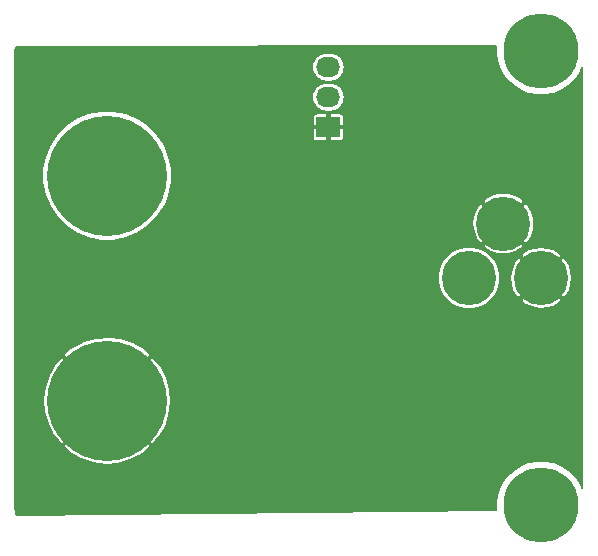
<source format=gbl>
G04 #@! TF.GenerationSoftware,KiCad,Pcbnew,(5.1.5)-3*
G04 #@! TF.CreationDate,2021-01-09T15:57:39-05:00*
G04 #@! TF.ProjectId,CLK-GEN,434c4b2d-4745-44e2-9e6b-696361645f70,X1*
G04 #@! TF.SameCoordinates,Original*
G04 #@! TF.FileFunction,Copper,L2,Bot*
G04 #@! TF.FilePolarity,Positive*
%FSLAX46Y46*%
G04 Gerber Fmt 4.6, Leading zero omitted, Abs format (unit mm)*
G04 Created by KiCad (PCBNEW (5.1.5)-3) date 2021-01-09 15:57:39*
%MOMM*%
%LPD*%
G04 APERTURE LIST*
%ADD10C,4.600000*%
%ADD11C,10.160000*%
%ADD12R,2.032000X1.727200*%
%ADD13O,2.032000X1.727200*%
%ADD14C,6.350000*%
%ADD15C,0.889000*%
%ADD16C,0.203200*%
G04 APERTURE END LIST*
D10*
X45000000Y-23250000D03*
X38900000Y-23250000D03*
X41800000Y-18650000D03*
D11*
X8255000Y-14605000D03*
X8255000Y-33655000D03*
D12*
X27000000Y-10500000D03*
D13*
X27000000Y-7960000D03*
X27000000Y-5420000D03*
D14*
X45000000Y-4000000D03*
X45000000Y-42500000D03*
D15*
X31500000Y-17000000D03*
X30000000Y-35750000D03*
X24500000Y-38750000D03*
X21750000Y-27750000D03*
X23250000Y-8500000D03*
X12192000Y-25654000D03*
X6350000Y-24892000D03*
D16*
G36*
X41215400Y-3627249D02*
G01*
X41215400Y-4372751D01*
X41360840Y-5103927D01*
X41646131Y-5792680D01*
X42060309Y-6412542D01*
X42587458Y-6939691D01*
X43207320Y-7353869D01*
X43896073Y-7639160D01*
X44627249Y-7784600D01*
X45372751Y-7784600D01*
X46103927Y-7639160D01*
X46792680Y-7353869D01*
X47412542Y-6939691D01*
X47939691Y-6412542D01*
X48353869Y-5792680D01*
X48504701Y-5428540D01*
X48504700Y-41071458D01*
X48353869Y-40707320D01*
X47939691Y-40087458D01*
X47412542Y-39560309D01*
X46792680Y-39146131D01*
X46103927Y-38860840D01*
X45372751Y-38715400D01*
X44627249Y-38715400D01*
X43896073Y-38860840D01*
X43207320Y-39146131D01*
X42587458Y-39560309D01*
X42060309Y-40087458D01*
X41646131Y-40707320D01*
X41360840Y-41396073D01*
X41215400Y-42127249D01*
X41215400Y-42872751D01*
X41217266Y-42882132D01*
X597098Y-43294336D01*
X569210Y-43204244D01*
X495307Y-42501106D01*
X495300Y-42499144D01*
X495300Y-37489509D01*
X4546215Y-37489509D01*
X5146931Y-38084137D01*
X6070733Y-38605387D01*
X7078475Y-38936395D01*
X8131432Y-39064443D01*
X9189136Y-38984609D01*
X10210942Y-38699962D01*
X11157583Y-38221439D01*
X11363069Y-38084137D01*
X11963785Y-37489509D01*
X8255000Y-33780724D01*
X4546215Y-37489509D01*
X495300Y-37489509D01*
X495300Y-33531432D01*
X2845557Y-33531432D01*
X2925391Y-34589136D01*
X3210038Y-35610942D01*
X3688561Y-36557583D01*
X3825863Y-36763069D01*
X4420491Y-37363785D01*
X8129276Y-33655000D01*
X8380724Y-33655000D01*
X12089509Y-37363785D01*
X12684137Y-36763069D01*
X13205387Y-35839267D01*
X13536395Y-34831525D01*
X13664443Y-33778568D01*
X13584609Y-32720864D01*
X13299962Y-31699058D01*
X12821439Y-30752417D01*
X12684137Y-30546931D01*
X12089509Y-29946215D01*
X8380724Y-33655000D01*
X8129276Y-33655000D01*
X4420491Y-29946215D01*
X3825863Y-30546931D01*
X3304613Y-31470733D01*
X2973605Y-32478475D01*
X2845557Y-33531432D01*
X495300Y-33531432D01*
X495300Y-29820491D01*
X4546215Y-29820491D01*
X8255000Y-33529276D01*
X11963785Y-29820491D01*
X11363069Y-29225863D01*
X10439267Y-28704613D01*
X9431525Y-28373605D01*
X8378568Y-28245557D01*
X7320864Y-28325391D01*
X6299058Y-28610038D01*
X5352417Y-29088561D01*
X5146931Y-29225863D01*
X4546215Y-29820491D01*
X495300Y-29820491D01*
X495300Y-22988446D01*
X36244400Y-22988446D01*
X36244400Y-23511554D01*
X36346454Y-24024610D01*
X36546638Y-24507898D01*
X36837261Y-24942846D01*
X37207154Y-25312739D01*
X37642102Y-25603362D01*
X38125390Y-25803546D01*
X38638446Y-25905600D01*
X39161554Y-25905600D01*
X39674610Y-25803546D01*
X40157898Y-25603362D01*
X40592846Y-25312739D01*
X40796920Y-25108665D01*
X43267059Y-25108665D01*
X43534337Y-25418556D01*
X43985564Y-25662824D01*
X44475775Y-25814369D01*
X44986132Y-25867366D01*
X45497021Y-25819780D01*
X45988810Y-25673438D01*
X46442600Y-25433965D01*
X46465663Y-25418556D01*
X46732941Y-25108665D01*
X45000000Y-23375724D01*
X43267059Y-25108665D01*
X40796920Y-25108665D01*
X40962739Y-24942846D01*
X41253362Y-24507898D01*
X41453546Y-24024610D01*
X41555600Y-23511554D01*
X41555600Y-23236132D01*
X42382634Y-23236132D01*
X42430220Y-23747021D01*
X42576562Y-24238810D01*
X42816035Y-24692600D01*
X42831444Y-24715663D01*
X43141335Y-24982941D01*
X44874276Y-23250000D01*
X45125724Y-23250000D01*
X46858665Y-24982941D01*
X47168556Y-24715663D01*
X47412824Y-24264436D01*
X47564369Y-23774225D01*
X47617366Y-23263868D01*
X47569780Y-22752979D01*
X47423438Y-22261190D01*
X47183965Y-21807400D01*
X47168556Y-21784337D01*
X46858665Y-21517059D01*
X45125724Y-23250000D01*
X44874276Y-23250000D01*
X43141335Y-21517059D01*
X42831444Y-21784337D01*
X42587176Y-22235564D01*
X42435631Y-22725775D01*
X42382634Y-23236132D01*
X41555600Y-23236132D01*
X41555600Y-22988446D01*
X41453546Y-22475390D01*
X41253362Y-21992102D01*
X40962739Y-21557154D01*
X40796920Y-21391335D01*
X43267059Y-21391335D01*
X45000000Y-23124276D01*
X46732941Y-21391335D01*
X46465663Y-21081444D01*
X46014436Y-20837176D01*
X45524225Y-20685631D01*
X45013868Y-20632634D01*
X44502979Y-20680220D01*
X44011190Y-20826562D01*
X43557400Y-21066035D01*
X43534337Y-21081444D01*
X43267059Y-21391335D01*
X40796920Y-21391335D01*
X40592846Y-21187261D01*
X40157898Y-20896638D01*
X39674610Y-20696454D01*
X39161554Y-20594400D01*
X38638446Y-20594400D01*
X38125390Y-20696454D01*
X37642102Y-20896638D01*
X37207154Y-21187261D01*
X36837261Y-21557154D01*
X36546638Y-21992102D01*
X36346454Y-22475390D01*
X36244400Y-22988446D01*
X495300Y-22988446D01*
X495300Y-20508665D01*
X40067059Y-20508665D01*
X40334337Y-20818556D01*
X40785564Y-21062824D01*
X41275775Y-21214369D01*
X41786132Y-21267366D01*
X42297021Y-21219780D01*
X42788810Y-21073438D01*
X43242600Y-20833965D01*
X43265663Y-20818556D01*
X43532941Y-20508665D01*
X41800000Y-18775724D01*
X40067059Y-20508665D01*
X495300Y-20508665D01*
X495300Y-14064637D01*
X2768600Y-14064637D01*
X2768600Y-15145363D01*
X2979440Y-16205324D01*
X3393016Y-17203785D01*
X3993435Y-18102376D01*
X4757624Y-18866565D01*
X5656215Y-19466984D01*
X6654676Y-19880560D01*
X7714637Y-20091400D01*
X8795363Y-20091400D01*
X9855324Y-19880560D01*
X10853785Y-19466984D01*
X11752376Y-18866565D01*
X11982809Y-18636132D01*
X39182634Y-18636132D01*
X39230220Y-19147021D01*
X39376562Y-19638810D01*
X39616035Y-20092600D01*
X39631444Y-20115663D01*
X39941335Y-20382941D01*
X41674276Y-18650000D01*
X41925724Y-18650000D01*
X43658665Y-20382941D01*
X43968556Y-20115663D01*
X44212824Y-19664436D01*
X44364369Y-19174225D01*
X44417366Y-18663868D01*
X44369780Y-18152979D01*
X44223438Y-17661190D01*
X43983965Y-17207400D01*
X43968556Y-17184337D01*
X43658665Y-16917059D01*
X41925724Y-18650000D01*
X41674276Y-18650000D01*
X39941335Y-16917059D01*
X39631444Y-17184337D01*
X39387176Y-17635564D01*
X39235631Y-18125775D01*
X39182634Y-18636132D01*
X11982809Y-18636132D01*
X12516565Y-18102376D01*
X13116984Y-17203785D01*
X13287826Y-16791335D01*
X40067059Y-16791335D01*
X41800000Y-18524276D01*
X43532941Y-16791335D01*
X43265663Y-16481444D01*
X42814436Y-16237176D01*
X42324225Y-16085631D01*
X41813868Y-16032634D01*
X41302979Y-16080220D01*
X40811190Y-16226562D01*
X40357400Y-16466035D01*
X40334337Y-16481444D01*
X40067059Y-16791335D01*
X13287826Y-16791335D01*
X13530560Y-16205324D01*
X13741400Y-15145363D01*
X13741400Y-14064637D01*
X13530560Y-13004676D01*
X13116984Y-12006215D01*
X12687603Y-11363600D01*
X25677725Y-11363600D01*
X25683610Y-11423351D01*
X25701039Y-11480806D01*
X25729342Y-11533757D01*
X25767431Y-11580169D01*
X25813843Y-11618258D01*
X25866794Y-11646561D01*
X25924249Y-11663990D01*
X25984000Y-11669875D01*
X26834900Y-11668400D01*
X26911100Y-11592200D01*
X26911100Y-10588900D01*
X27088900Y-10588900D01*
X27088900Y-11592200D01*
X27165100Y-11668400D01*
X28016000Y-11669875D01*
X28075751Y-11663990D01*
X28133206Y-11646561D01*
X28186157Y-11618258D01*
X28232569Y-11580169D01*
X28270658Y-11533757D01*
X28298961Y-11480806D01*
X28316390Y-11423351D01*
X28322275Y-11363600D01*
X28320800Y-10665100D01*
X28244600Y-10588900D01*
X27088900Y-10588900D01*
X26911100Y-10588900D01*
X25755400Y-10588900D01*
X25679200Y-10665100D01*
X25677725Y-11363600D01*
X12687603Y-11363600D01*
X12516565Y-11107624D01*
X11752376Y-10343435D01*
X10853785Y-9743016D01*
X10596392Y-9636400D01*
X25677725Y-9636400D01*
X25679200Y-10334900D01*
X25755400Y-10411100D01*
X26911100Y-10411100D01*
X26911100Y-9407800D01*
X27088900Y-9407800D01*
X27088900Y-10411100D01*
X28244600Y-10411100D01*
X28320800Y-10334900D01*
X28322275Y-9636400D01*
X28316390Y-9576649D01*
X28298961Y-9519194D01*
X28270658Y-9466243D01*
X28232569Y-9419831D01*
X28186157Y-9381742D01*
X28133206Y-9353439D01*
X28075751Y-9336010D01*
X28016000Y-9330125D01*
X27165100Y-9331600D01*
X27088900Y-9407800D01*
X26911100Y-9407800D01*
X26834900Y-9331600D01*
X25984000Y-9330125D01*
X25924249Y-9336010D01*
X25866794Y-9353439D01*
X25813843Y-9381742D01*
X25767431Y-9419831D01*
X25729342Y-9466243D01*
X25701039Y-9519194D01*
X25683610Y-9576649D01*
X25677725Y-9636400D01*
X10596392Y-9636400D01*
X9855324Y-9329440D01*
X8795363Y-9118600D01*
X7714637Y-9118600D01*
X6654676Y-9329440D01*
X5656215Y-9743016D01*
X4757624Y-10343435D01*
X3993435Y-11107624D01*
X3393016Y-12006215D01*
X2979440Y-13004676D01*
X2768600Y-14064637D01*
X495300Y-14064637D01*
X495300Y-7960000D01*
X25622501Y-7960000D01*
X25646041Y-8199005D01*
X25715756Y-8428825D01*
X25828967Y-8640629D01*
X25981324Y-8826276D01*
X26166971Y-8978633D01*
X26378775Y-9091844D01*
X26608595Y-9161559D01*
X26787707Y-9179200D01*
X27212293Y-9179200D01*
X27391405Y-9161559D01*
X27621225Y-9091844D01*
X27833029Y-8978633D01*
X28018676Y-8826276D01*
X28171033Y-8640629D01*
X28284244Y-8428825D01*
X28353959Y-8199005D01*
X28377499Y-7960000D01*
X28353959Y-7720995D01*
X28284244Y-7491175D01*
X28171033Y-7279371D01*
X28018676Y-7093724D01*
X27833029Y-6941367D01*
X27621225Y-6828156D01*
X27391405Y-6758441D01*
X27212293Y-6740800D01*
X26787707Y-6740800D01*
X26608595Y-6758441D01*
X26378775Y-6828156D01*
X26166971Y-6941367D01*
X25981324Y-7093724D01*
X25828967Y-7279371D01*
X25715756Y-7491175D01*
X25646041Y-7720995D01*
X25622501Y-7960000D01*
X495300Y-7960000D01*
X495300Y-5420000D01*
X25622501Y-5420000D01*
X25646041Y-5659005D01*
X25715756Y-5888825D01*
X25828967Y-6100629D01*
X25981324Y-6286276D01*
X26166971Y-6438633D01*
X26378775Y-6551844D01*
X26608595Y-6621559D01*
X26787707Y-6639200D01*
X27212293Y-6639200D01*
X27391405Y-6621559D01*
X27621225Y-6551844D01*
X27833029Y-6438633D01*
X28018676Y-6286276D01*
X28171033Y-6100629D01*
X28284244Y-5888825D01*
X28353959Y-5659005D01*
X28377499Y-5420000D01*
X28353959Y-5180995D01*
X28284244Y-4951175D01*
X28171033Y-4739371D01*
X28018676Y-4553724D01*
X27833029Y-4401367D01*
X27621225Y-4288156D01*
X27391405Y-4218441D01*
X27212293Y-4200800D01*
X26787707Y-4200800D01*
X26608595Y-4218441D01*
X26378775Y-4288156D01*
X26166971Y-4401367D01*
X25981324Y-4553724D01*
X25828967Y-4739371D01*
X25715756Y-4951175D01*
X25646041Y-5180995D01*
X25622501Y-5420000D01*
X495300Y-5420000D01*
X495300Y-4024223D01*
X526369Y-3707353D01*
X41217124Y-3618580D01*
X41215400Y-3627249D01*
G37*
X41215400Y-3627249D02*
X41215400Y-4372751D01*
X41360840Y-5103927D01*
X41646131Y-5792680D01*
X42060309Y-6412542D01*
X42587458Y-6939691D01*
X43207320Y-7353869D01*
X43896073Y-7639160D01*
X44627249Y-7784600D01*
X45372751Y-7784600D01*
X46103927Y-7639160D01*
X46792680Y-7353869D01*
X47412542Y-6939691D01*
X47939691Y-6412542D01*
X48353869Y-5792680D01*
X48504701Y-5428540D01*
X48504700Y-41071458D01*
X48353869Y-40707320D01*
X47939691Y-40087458D01*
X47412542Y-39560309D01*
X46792680Y-39146131D01*
X46103927Y-38860840D01*
X45372751Y-38715400D01*
X44627249Y-38715400D01*
X43896073Y-38860840D01*
X43207320Y-39146131D01*
X42587458Y-39560309D01*
X42060309Y-40087458D01*
X41646131Y-40707320D01*
X41360840Y-41396073D01*
X41215400Y-42127249D01*
X41215400Y-42872751D01*
X41217266Y-42882132D01*
X597098Y-43294336D01*
X569210Y-43204244D01*
X495307Y-42501106D01*
X495300Y-42499144D01*
X495300Y-37489509D01*
X4546215Y-37489509D01*
X5146931Y-38084137D01*
X6070733Y-38605387D01*
X7078475Y-38936395D01*
X8131432Y-39064443D01*
X9189136Y-38984609D01*
X10210942Y-38699962D01*
X11157583Y-38221439D01*
X11363069Y-38084137D01*
X11963785Y-37489509D01*
X8255000Y-33780724D01*
X4546215Y-37489509D01*
X495300Y-37489509D01*
X495300Y-33531432D01*
X2845557Y-33531432D01*
X2925391Y-34589136D01*
X3210038Y-35610942D01*
X3688561Y-36557583D01*
X3825863Y-36763069D01*
X4420491Y-37363785D01*
X8129276Y-33655000D01*
X8380724Y-33655000D01*
X12089509Y-37363785D01*
X12684137Y-36763069D01*
X13205387Y-35839267D01*
X13536395Y-34831525D01*
X13664443Y-33778568D01*
X13584609Y-32720864D01*
X13299962Y-31699058D01*
X12821439Y-30752417D01*
X12684137Y-30546931D01*
X12089509Y-29946215D01*
X8380724Y-33655000D01*
X8129276Y-33655000D01*
X4420491Y-29946215D01*
X3825863Y-30546931D01*
X3304613Y-31470733D01*
X2973605Y-32478475D01*
X2845557Y-33531432D01*
X495300Y-33531432D01*
X495300Y-29820491D01*
X4546215Y-29820491D01*
X8255000Y-33529276D01*
X11963785Y-29820491D01*
X11363069Y-29225863D01*
X10439267Y-28704613D01*
X9431525Y-28373605D01*
X8378568Y-28245557D01*
X7320864Y-28325391D01*
X6299058Y-28610038D01*
X5352417Y-29088561D01*
X5146931Y-29225863D01*
X4546215Y-29820491D01*
X495300Y-29820491D01*
X495300Y-22988446D01*
X36244400Y-22988446D01*
X36244400Y-23511554D01*
X36346454Y-24024610D01*
X36546638Y-24507898D01*
X36837261Y-24942846D01*
X37207154Y-25312739D01*
X37642102Y-25603362D01*
X38125390Y-25803546D01*
X38638446Y-25905600D01*
X39161554Y-25905600D01*
X39674610Y-25803546D01*
X40157898Y-25603362D01*
X40592846Y-25312739D01*
X40796920Y-25108665D01*
X43267059Y-25108665D01*
X43534337Y-25418556D01*
X43985564Y-25662824D01*
X44475775Y-25814369D01*
X44986132Y-25867366D01*
X45497021Y-25819780D01*
X45988810Y-25673438D01*
X46442600Y-25433965D01*
X46465663Y-25418556D01*
X46732941Y-25108665D01*
X45000000Y-23375724D01*
X43267059Y-25108665D01*
X40796920Y-25108665D01*
X40962739Y-24942846D01*
X41253362Y-24507898D01*
X41453546Y-24024610D01*
X41555600Y-23511554D01*
X41555600Y-23236132D01*
X42382634Y-23236132D01*
X42430220Y-23747021D01*
X42576562Y-24238810D01*
X42816035Y-24692600D01*
X42831444Y-24715663D01*
X43141335Y-24982941D01*
X44874276Y-23250000D01*
X45125724Y-23250000D01*
X46858665Y-24982941D01*
X47168556Y-24715663D01*
X47412824Y-24264436D01*
X47564369Y-23774225D01*
X47617366Y-23263868D01*
X47569780Y-22752979D01*
X47423438Y-22261190D01*
X47183965Y-21807400D01*
X47168556Y-21784337D01*
X46858665Y-21517059D01*
X45125724Y-23250000D01*
X44874276Y-23250000D01*
X43141335Y-21517059D01*
X42831444Y-21784337D01*
X42587176Y-22235564D01*
X42435631Y-22725775D01*
X42382634Y-23236132D01*
X41555600Y-23236132D01*
X41555600Y-22988446D01*
X41453546Y-22475390D01*
X41253362Y-21992102D01*
X40962739Y-21557154D01*
X40796920Y-21391335D01*
X43267059Y-21391335D01*
X45000000Y-23124276D01*
X46732941Y-21391335D01*
X46465663Y-21081444D01*
X46014436Y-20837176D01*
X45524225Y-20685631D01*
X45013868Y-20632634D01*
X44502979Y-20680220D01*
X44011190Y-20826562D01*
X43557400Y-21066035D01*
X43534337Y-21081444D01*
X43267059Y-21391335D01*
X40796920Y-21391335D01*
X40592846Y-21187261D01*
X40157898Y-20896638D01*
X39674610Y-20696454D01*
X39161554Y-20594400D01*
X38638446Y-20594400D01*
X38125390Y-20696454D01*
X37642102Y-20896638D01*
X37207154Y-21187261D01*
X36837261Y-21557154D01*
X36546638Y-21992102D01*
X36346454Y-22475390D01*
X36244400Y-22988446D01*
X495300Y-22988446D01*
X495300Y-20508665D01*
X40067059Y-20508665D01*
X40334337Y-20818556D01*
X40785564Y-21062824D01*
X41275775Y-21214369D01*
X41786132Y-21267366D01*
X42297021Y-21219780D01*
X42788810Y-21073438D01*
X43242600Y-20833965D01*
X43265663Y-20818556D01*
X43532941Y-20508665D01*
X41800000Y-18775724D01*
X40067059Y-20508665D01*
X495300Y-20508665D01*
X495300Y-14064637D01*
X2768600Y-14064637D01*
X2768600Y-15145363D01*
X2979440Y-16205324D01*
X3393016Y-17203785D01*
X3993435Y-18102376D01*
X4757624Y-18866565D01*
X5656215Y-19466984D01*
X6654676Y-19880560D01*
X7714637Y-20091400D01*
X8795363Y-20091400D01*
X9855324Y-19880560D01*
X10853785Y-19466984D01*
X11752376Y-18866565D01*
X11982809Y-18636132D01*
X39182634Y-18636132D01*
X39230220Y-19147021D01*
X39376562Y-19638810D01*
X39616035Y-20092600D01*
X39631444Y-20115663D01*
X39941335Y-20382941D01*
X41674276Y-18650000D01*
X41925724Y-18650000D01*
X43658665Y-20382941D01*
X43968556Y-20115663D01*
X44212824Y-19664436D01*
X44364369Y-19174225D01*
X44417366Y-18663868D01*
X44369780Y-18152979D01*
X44223438Y-17661190D01*
X43983965Y-17207400D01*
X43968556Y-17184337D01*
X43658665Y-16917059D01*
X41925724Y-18650000D01*
X41674276Y-18650000D01*
X39941335Y-16917059D01*
X39631444Y-17184337D01*
X39387176Y-17635564D01*
X39235631Y-18125775D01*
X39182634Y-18636132D01*
X11982809Y-18636132D01*
X12516565Y-18102376D01*
X13116984Y-17203785D01*
X13287826Y-16791335D01*
X40067059Y-16791335D01*
X41800000Y-18524276D01*
X43532941Y-16791335D01*
X43265663Y-16481444D01*
X42814436Y-16237176D01*
X42324225Y-16085631D01*
X41813868Y-16032634D01*
X41302979Y-16080220D01*
X40811190Y-16226562D01*
X40357400Y-16466035D01*
X40334337Y-16481444D01*
X40067059Y-16791335D01*
X13287826Y-16791335D01*
X13530560Y-16205324D01*
X13741400Y-15145363D01*
X13741400Y-14064637D01*
X13530560Y-13004676D01*
X13116984Y-12006215D01*
X12687603Y-11363600D01*
X25677725Y-11363600D01*
X25683610Y-11423351D01*
X25701039Y-11480806D01*
X25729342Y-11533757D01*
X25767431Y-11580169D01*
X25813843Y-11618258D01*
X25866794Y-11646561D01*
X25924249Y-11663990D01*
X25984000Y-11669875D01*
X26834900Y-11668400D01*
X26911100Y-11592200D01*
X26911100Y-10588900D01*
X27088900Y-10588900D01*
X27088900Y-11592200D01*
X27165100Y-11668400D01*
X28016000Y-11669875D01*
X28075751Y-11663990D01*
X28133206Y-11646561D01*
X28186157Y-11618258D01*
X28232569Y-11580169D01*
X28270658Y-11533757D01*
X28298961Y-11480806D01*
X28316390Y-11423351D01*
X28322275Y-11363600D01*
X28320800Y-10665100D01*
X28244600Y-10588900D01*
X27088900Y-10588900D01*
X26911100Y-10588900D01*
X25755400Y-10588900D01*
X25679200Y-10665100D01*
X25677725Y-11363600D01*
X12687603Y-11363600D01*
X12516565Y-11107624D01*
X11752376Y-10343435D01*
X10853785Y-9743016D01*
X10596392Y-9636400D01*
X25677725Y-9636400D01*
X25679200Y-10334900D01*
X25755400Y-10411100D01*
X26911100Y-10411100D01*
X26911100Y-9407800D01*
X27088900Y-9407800D01*
X27088900Y-10411100D01*
X28244600Y-10411100D01*
X28320800Y-10334900D01*
X28322275Y-9636400D01*
X28316390Y-9576649D01*
X28298961Y-9519194D01*
X28270658Y-9466243D01*
X28232569Y-9419831D01*
X28186157Y-9381742D01*
X28133206Y-9353439D01*
X28075751Y-9336010D01*
X28016000Y-9330125D01*
X27165100Y-9331600D01*
X27088900Y-9407800D01*
X26911100Y-9407800D01*
X26834900Y-9331600D01*
X25984000Y-9330125D01*
X25924249Y-9336010D01*
X25866794Y-9353439D01*
X25813843Y-9381742D01*
X25767431Y-9419831D01*
X25729342Y-9466243D01*
X25701039Y-9519194D01*
X25683610Y-9576649D01*
X25677725Y-9636400D01*
X10596392Y-9636400D01*
X9855324Y-9329440D01*
X8795363Y-9118600D01*
X7714637Y-9118600D01*
X6654676Y-9329440D01*
X5656215Y-9743016D01*
X4757624Y-10343435D01*
X3993435Y-11107624D01*
X3393016Y-12006215D01*
X2979440Y-13004676D01*
X2768600Y-14064637D01*
X495300Y-14064637D01*
X495300Y-7960000D01*
X25622501Y-7960000D01*
X25646041Y-8199005D01*
X25715756Y-8428825D01*
X25828967Y-8640629D01*
X25981324Y-8826276D01*
X26166971Y-8978633D01*
X26378775Y-9091844D01*
X26608595Y-9161559D01*
X26787707Y-9179200D01*
X27212293Y-9179200D01*
X27391405Y-9161559D01*
X27621225Y-9091844D01*
X27833029Y-8978633D01*
X28018676Y-8826276D01*
X28171033Y-8640629D01*
X28284244Y-8428825D01*
X28353959Y-8199005D01*
X28377499Y-7960000D01*
X28353959Y-7720995D01*
X28284244Y-7491175D01*
X28171033Y-7279371D01*
X28018676Y-7093724D01*
X27833029Y-6941367D01*
X27621225Y-6828156D01*
X27391405Y-6758441D01*
X27212293Y-6740800D01*
X26787707Y-6740800D01*
X26608595Y-6758441D01*
X26378775Y-6828156D01*
X26166971Y-6941367D01*
X25981324Y-7093724D01*
X25828967Y-7279371D01*
X25715756Y-7491175D01*
X25646041Y-7720995D01*
X25622501Y-7960000D01*
X495300Y-7960000D01*
X495300Y-5420000D01*
X25622501Y-5420000D01*
X25646041Y-5659005D01*
X25715756Y-5888825D01*
X25828967Y-6100629D01*
X25981324Y-6286276D01*
X26166971Y-6438633D01*
X26378775Y-6551844D01*
X26608595Y-6621559D01*
X26787707Y-6639200D01*
X27212293Y-6639200D01*
X27391405Y-6621559D01*
X27621225Y-6551844D01*
X27833029Y-6438633D01*
X28018676Y-6286276D01*
X28171033Y-6100629D01*
X28284244Y-5888825D01*
X28353959Y-5659005D01*
X28377499Y-5420000D01*
X28353959Y-5180995D01*
X28284244Y-4951175D01*
X28171033Y-4739371D01*
X28018676Y-4553724D01*
X27833029Y-4401367D01*
X27621225Y-4288156D01*
X27391405Y-4218441D01*
X27212293Y-4200800D01*
X26787707Y-4200800D01*
X26608595Y-4218441D01*
X26378775Y-4288156D01*
X26166971Y-4401367D01*
X25981324Y-4553724D01*
X25828967Y-4739371D01*
X25715756Y-4951175D01*
X25646041Y-5180995D01*
X25622501Y-5420000D01*
X495300Y-5420000D01*
X495300Y-4024223D01*
X526369Y-3707353D01*
X41217124Y-3618580D01*
X41215400Y-3627249D01*
M02*

</source>
